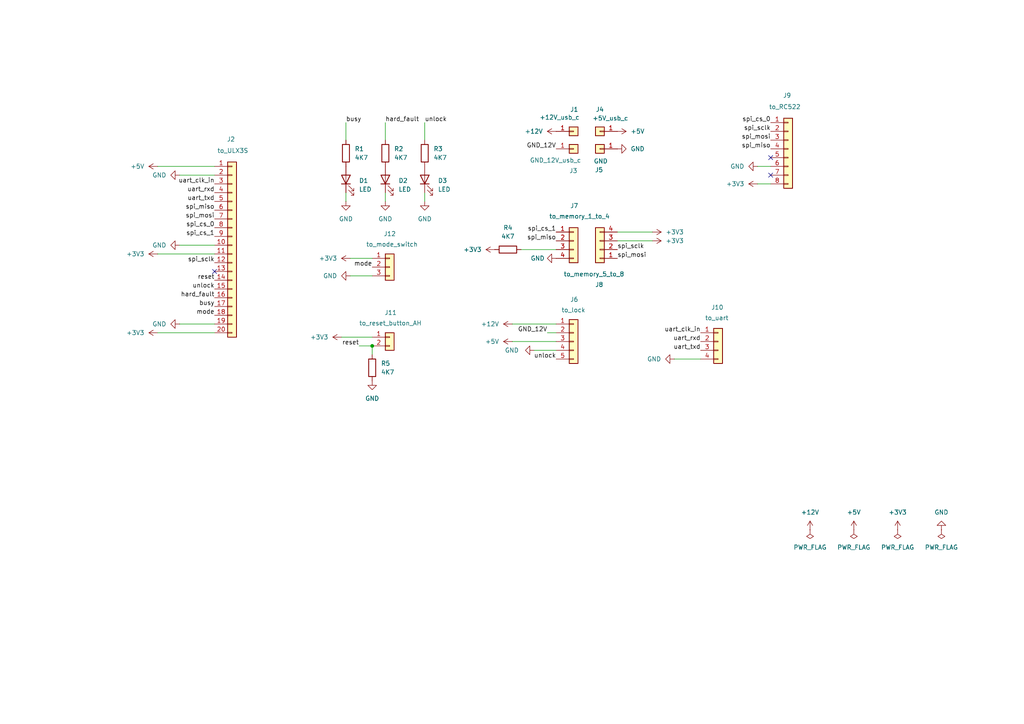
<source format=kicad_sch>
(kicad_sch (version 20231120) (generator "eeschema") (generator_version "8.0")
  (paper "A4")
  (lib_symbols
    (symbol "Connector_Generic:Conn_01x01" (pin_names (offset 1.016) hide)
      (property "Reference" "J" (at 0 2.54 0))
      (property "Value" "Conn_01x01" (at 0 -2.54 0))
      (symbol "Conn_01x01_1_1"
        (rectangle (start -1.27 0.127) (end 0 -0.127) (stroke (width 0.1524)))
        (rectangle (start -1.27 1.27) (end 1.27 -1.27) (stroke (width 0.254)) (fill (type background)))
        (pin passive line (at -5.08 0 0) (length 3.81) (name "Pin_1") (number "1"))
      )
    )
    (symbol "Connector_Generic:Conn_01x02" (pin_names (offset 1.016) hide)
      (property "Reference" "J" (at 0 2.54 0))
      (property "Value" "Conn_01x02" (at 0 -5.08 0))
      (symbol "Conn_01x02_1_1"
        (rectangle (start -1.27 -2.413) (end 0 -2.667) (stroke (width 0.1524)))
        (rectangle (start -1.27 0.127) (end 0 -0.127) (stroke (width 0.1524)))
        (rectangle (start -1.27 1.27) (end 1.27 -3.81) (stroke (width 0.254)) (fill (type background)))
        (pin passive line (at -5.08 0 0) (length 3.81) (name "Pin_1") (number "1"))
        (pin passive line (at -5.08 -2.54 0) (length 3.81) (name "Pin_2") (number "2"))
      )
    )
    (symbol "Connector_Generic:Conn_01x03" (pin_names (offset 1.016) hide)
      (property "Reference" "J" (at 0 5.08 0))
      (property "Value" "Conn_01x03" (at 0 -5.08 0))
      (symbol "Conn_01x03_1_1"
        (rectangle (start -1.27 -2.413) (end 0 -2.667) (stroke (width 0.1524)))
        (rectangle (start -1.27 0.127) (end 0 -0.127) (stroke (width 0.1524)))
        (rectangle (start -1.27 2.667) (end 0 2.413) (stroke (width 0.1524)))
        (rectangle (start -1.27 3.81) (end 1.27 -3.81) (stroke (width 0.254)) (fill (type background)))
        (pin passive line (at -5.08 2.54 0) (length 3.81) (name "Pin_1") (number "1"))
        (pin passive line (at -5.08 0 0) (length 3.81) (name "Pin_2") (number "2"))
        (pin passive line (at -5.08 -2.54 0) (length 3.81) (name "Pin_3") (number "3"))
      )
    )
    (symbol "Connector_Generic:Conn_01x04" (pin_names (offset 1.016) hide)
      (property "Reference" "J" (at 0 5.08 0))
      (property "Value" "Conn_01x04" (at 0 -7.62 0))
      (symbol "Conn_01x04_1_1"
        (rectangle (start -1.27 -4.953) (end 0 -5.207) (stroke (width 0.1524)))
        (rectangle (start -1.27 -2.413) (end 0 -2.667) (stroke (width 0.1524)))
        (rectangle (start -1.27 0.127) (end 0 -0.127) (stroke (width 0.1524)))
        (rectangle (start -1.27 2.667) (end 0 2.413) (stroke (width 0.1524)))
        (rectangle (start -1.27 3.81) (end 1.27 -6.35) (stroke (width 0.254)) (fill (type background)))
        (pin passive line (at -5.08 2.54 0) (length 3.81) (name "Pin_1") (number "1"))
        (pin passive line (at -5.08 0 0) (length 3.81) (name "Pin_2") (number "2"))
        (pin passive line (at -5.08 -2.54 0) (length 3.81) (name "Pin_3") (number "3"))
        (pin passive line (at -5.08 -5.08 0) (length 3.81) (name "Pin_4") (number "4"))
      )
    )
    (symbol "Connector_Generic:Conn_01x05" (pin_names (offset 1.016) hide)
      (property "Reference" "J" (at 0 7.62 0))
      (property "Value" "Conn_01x05" (at 0 -7.62 0))
      (symbol "Conn_01x05_1_1"
        (rectangle (start -1.27 -4.953) (end 0 -5.207) (stroke (width 0.1524)))
        (rectangle (start -1.27 -2.413) (end 0 -2.667) (stroke (width 0.1524)))
        (rectangle (start -1.27 0.127) (end 0 -0.127) (stroke (width 0.1524)))
        (rectangle (start -1.27 2.667) (end 0 2.413) (stroke (width 0.1524)))
        (rectangle (start -1.27 5.207) (end 0 4.953) (stroke (width 0.1524)))
        (rectangle (start -1.27 6.35) (end 1.27 -6.35) (stroke (width 0.254)) (fill (type background)))
        (pin passive line (at -5.08 5.08 0) (length 3.81) (name "Pin_1") (number "1"))
        (pin passive line (at -5.08 2.54 0) (length 3.81) (name "Pin_2") (number "2"))
        (pin passive line (at -5.08 0 0) (length 3.81) (name "Pin_3") (number "3"))
        (pin passive line (at -5.08 -2.54 0) (length 3.81) (name "Pin_4") (number "4"))
        (pin passive line (at -5.08 -5.08 0) (length 3.81) (name "Pin_5") (number "5"))
      )
    )
    (symbol "Connector_Generic:Conn_01x08" (pin_names (offset 1.016) hide)
      (property "Reference" "J" (at 0 10.16 0))
      (property "Value" "Conn_01x08" (at 0 -12.7 0))
      (symbol "Conn_01x08_1_1"
        (rectangle (start -1.27 -10.033) (end 0 -10.287) (stroke (width 0.1524)))
        (rectangle (start -1.27 -7.493) (end 0 -7.747) (stroke (width 0.1524)))
        (rectangle (start -1.27 -4.953) (end 0 -5.207) (stroke (width 0.1524)))
        (rectangle (start -1.27 -2.413) (end 0 -2.667) (stroke (width 0.1524)))
        (rectangle (start -1.27 0.127) (end 0 -0.127) (stroke (width 0.1524)))
        (rectangle (start -1.27 2.667) (end 0 2.413) (stroke (width 0.1524)))
        (rectangle (start -1.27 5.207) (end 0 4.953) (stroke (width 0.1524)))
        (rectangle (start -1.27 7.747) (end 0 7.493) (stroke (width 0.1524)))
        (rectangle (start -1.27 8.89) (end 1.27 -11.43) (stroke (width 0.254)) (fill (type background)))
        (pin passive line (at -5.08 7.62 0) (length 3.81) (name "Pin_1") (number "1"))
        (pin passive line (at -5.08 5.08 0) (length 3.81) (name "Pin_2") (number "2"))
        (pin passive line (at -5.08 2.54 0) (length 3.81) (name "Pin_3") (number "3"))
        (pin passive line (at -5.08 0 0) (length 3.81) (name "Pin_4") (number "4"))
        (pin passive line (at -5.08 -2.54 0) (length 3.81) (name "Pin_5") (number "5"))
        (pin passive line (at -5.08 -5.08 0) (length 3.81) (name "Pin_6") (number "6"))
        (pin passive line (at -5.08 -7.62 0) (length 3.81) (name "Pin_7") (number "7"))
        (pin passive line (at -5.08 -10.16 0) (length 3.81) (name "Pin_8") (number "8"))
      )
    )
    (symbol "Connector_Generic:Conn_01x20" (pin_names (offset 1.016) hide)
      (property "Reference" "J" (at 0 25.4 0))
      (property "Value" "Conn_01x20" (at 0 -27.94 0))
      (symbol "Conn_01x20_1_1"
        (rectangle (start -1.27 -25.273) (end 0 -25.527) (stroke (width 0.1524)))
        (rectangle (start -1.27 -22.733) (end 0 -22.987) (stroke (width 0.1524)))
        (rectangle (start -1.27 -20.193) (end 0 -20.447) (stroke (width 0.1524)))
        (rectangle (start -1.27 -17.653) (end 0 -17.907) (stroke (width 0.1524)))
        (rectangle (start -1.27 -15.113) (end 0 -15.367) (stroke (width 0.1524)))
        (rectangle (start -1.27 -12.573) (end 0 -12.827) (stroke (width 0.1524)))
        (rectangle (start -1.27 -10.033) (end 0 -10.287) (stroke (width 0.1524)))
        (rectangle (start -1.27 -7.493) (end 0 -7.747) (stroke (width 0.1524)))
        (rectangle (start -1.27 -4.953) (end 0 -5.207) (stroke (width 0.1524)))
        (rectangle (start -1.27 -2.413) (end 0 -2.667) (stroke (width 0.1524)))
        (rectangle (start -1.27 0.127) (end 0 -0.127) (stroke (width 0.1524)))
        (rectangle (start -1.27 2.667) (end 0 2.413) (stroke (width 0.1524)))
        (rectangle (start -1.27 5.207) (end 0 4.953) (stroke (width 0.1524)))
        (rectangle (start -1.27 7.747) (end 0 7.493) (stroke (width 0.1524)))
        (rectangle (start -1.27 10.287) (end 0 10.033) (stroke (width 0.1524)))
        (rectangle (start -1.27 12.827) (end 0 12.573) (stroke (width 0.1524)))
        (rectangle (start -1.27 15.367) (end 0 15.113) (stroke (width 0.1524)))
        (rectangle (start -1.27 17.907) (end 0 17.653) (stroke (width 0.1524)))
        (rectangle (start -1.27 20.447) (end 0 20.193) (stroke (width 0.1524)))
        (rectangle (start -1.27 22.987) (end 0 22.733) (stroke (width 0.1524)))
        (rectangle (start -1.27 24.13) (end 1.27 -26.67) (stroke (width 0.254)) (fill (type background)))
        (pin passive line (at -5.08 22.86 0) (length 3.81) (name "Pin_1") (number "1"))
        (pin passive line (at -5.08 0 0) (length 3.81) (name "Pin_10") (number "10"))
        (pin passive line (at -5.08 -2.54 0) (length 3.81) (name "Pin_11") (number "11"))
        (pin passive line (at -5.08 -5.08 0) (length 3.81) (name "Pin_12") (number "12"))
        (pin passive line (at -5.08 -7.62 0) (length 3.81) (name "Pin_13") (number "13"))
        (pin passive line (at -5.08 -10.16 0) (length 3.81) (name "Pin_14") (number "14"))
        (pin passive line (at -5.08 -12.7 0) (length 3.81) (name "Pin_15") (number "15"))
        (pin passive line (at -5.08 -15.24 0) (length 3.81) (name "Pin_16") (number "16"))
        (pin passive line (at -5.08 -17.78 0) (length 3.81) (name "Pin_17") (number "17"))
        (pin passive line (at -5.08 -20.32 0) (length 3.81) (name "Pin_18") (number "18"))
        (pin passive line (at -5.08 -22.86 0) (length 3.81) (name "Pin_19") (number "19"))
        (pin passive line (at -5.08 20.32 0) (length 3.81) (name "Pin_2") (number "2"))
        (pin passive line (at -5.08 -25.4 0) (length 3.81) (name "Pin_20") (number "20"))
        (pin passive line (at -5.08 17.78 0) (length 3.81) (name "Pin_3") (number "3"))
        (pin passive line (at -5.08 15.24 0) (length 3.81) (name "Pin_4") (number "4"))
        (pin passive line (at -5.08 12.7 0) (length 3.81) (name "Pin_5") (number "5"))
        (pin passive line (at -5.08 10.16 0) (length 3.81) (name "Pin_6") (number "6"))
        (pin passive line (at -5.08 7.62 0) (length 3.81) (name "Pin_7") (number "7"))
        (pin passive line (at -5.08 5.08 0) (length 3.81) (name "Pin_8") (number "8"))
        (pin passive line (at -5.08 2.54 0) (length 3.81) (name "Pin_9") (number "9"))
      )
    )
    (symbol "Device:LED" (pin_numbers hide) (pin_names (offset 1.016) hide)
      (property "Reference" "D" (at 0 2.54 0))
      (property "Value" "LED" (at 0 -2.54 0))
      (symbol "LED_0_1"
        (polyline (pts (xy -1.27 -1.27) (xy -1.27 1.27)) (stroke (width 0.254)))
        (polyline (pts (xy -1.27 0) (xy 1.27 0)))
        (polyline (pts (xy 1.27 -1.27) (xy 1.27 1.27) (xy -1.27 0) (xy 1.27 -1.27)) (stroke (width 0.254)))
        (polyline (pts (xy -3.048 -0.762) (xy -4.572 -2.286) (xy -3.81 -2.286) (xy -4.572 -2.286) (xy -4.572 -1.524)))
        (polyline (pts (xy -1.778 -0.762) (xy -3.302 -2.286) (xy -2.54 -2.286) (xy -3.302 -2.286) (xy -3.302 -1.524)))
      )
      (symbol "LED_1_1"
        (pin passive line (at -3.81 0 0) (length 2.54) (name "K") (number "1"))
        (pin passive line (at 3.81 0 180) (length 2.54) (name "A") (number "2"))
      )
    )
    (symbol "Device:R" (pin_numbers hide) (pin_names (offset 0))
      (property "Reference" "R" (at 2.032 0 90))
      (property "Value" "R" (at 0 0 90))
      (symbol "R_0_1"
        (rectangle (start -1.016 -2.54) (end 1.016 2.54) (stroke (width 0.254)))
      )
      (symbol "R_1_1"
        (pin passive line (at 0 3.81 270) (length 1.27) (name "~") (number "1"))
        (pin passive line (at 0 -3.81 90) (length 1.27) (name "~") (number "2"))
      )
    )
    (symbol "power:+12V" (power) (pin_numbers hide) (pin_names (offset 0) hide)
      (property "Value" "+12V" (at 0 3.556 0))
      (symbol "+12V_0_1"
        (polyline (pts (xy -0.762 1.27) (xy 0 2.54)))
        (polyline (pts (xy 0 0) (xy 0 2.54)))
        (polyline (pts (xy 0 2.54) (xy 0.762 1.27)))
      )
      (symbol "+12V_1_1"
        (pin power_in line (at 0 0 90) (length 0) (name "~") (number "1"))
      )
    )
    (symbol "power:+3V3" (power) (pin_numbers hide) (pin_names (offset 0) hide)
      (property "Value" "+3V3" (at 0 3.556 0))
      (symbol "+3V3_0_1"
        (polyline (pts (xy -0.762 1.27) (xy 0 2.54)))
        (polyline (pts (xy 0 0) (xy 0 2.54)))
        (polyline (pts (xy 0 2.54) (xy 0.762 1.27)))
      )
      (symbol "+3V3_1_1"
        (pin power_in line (at 0 0 90) (length 0) (name "~") (number "1"))
      )
    )
    (symbol "power:+5V" (power) (pin_numbers hide) (pin_names (offset 0) hide)
      (property "Value" "+5V" (at 0 3.556 0))
      (symbol "+5V_0_1"
        (polyline (pts (xy -0.762 1.27) (xy 0 2.54)))
        (polyline (pts (xy 0 0) (xy 0 2.54)))
        (polyline (pts (xy 0 2.54) (xy 0.762 1.27)))
      )
      (symbol "+5V_1_1"
        (pin power_in line (at 0 0 90) (length 0) (name "~") (number "1"))
      )
    )
    (symbol "power:GND" (power) (pin_numbers hide) (pin_names (offset 0) hide)
      (property "Value" "GND" (at 0 -3.81 0))
      (symbol "GND_0_1"
        (polyline (pts (xy 0 0) (xy 0 -1.27) (xy 1.27 -1.27) (xy 0 -2.54) (xy -1.27 -1.27) (xy 0 -1.27)))
      )
      (symbol "GND_1_1"
        (pin power_in line (at 0 0 270) (length 0) (name "~") (number "1"))
      )
    )
    (symbol "power:PWR_FLAG" (power) (pin_numbers hide) (pin_names (offset 0) hide)
      (property "Value" "PWR_FLAG" (at 0 3.81 0))
      (symbol "PWR_FLAG_0_0"
        (pin power_out line (at 0 0 90) (length 0) (name "~") (number "1"))
      )
      (symbol "PWR_FLAG_0_1"
        (polyline (pts (xy 0 0) (xy 0 1.27) (xy -1.016 1.905) (xy 0 2.54) (xy 1.016 1.905) (xy 0 1.27)))
      )
    )
  )
  (junction (at 107.95 100.33))
  (no_connect (at 223.52 50.8))
  (no_connect (at 223.52 45.72))
  (no_connect (at 62.23 78.74))
  (wire (pts (xy 45.72 96.52) (xy 62.23 96.52)))
  (wire (pts (xy 158.75 96.52) (xy 161.29 96.52)))
  (wire (pts (xy 123.19 58.42) (xy 123.19 55.88)))
  (wire (pts (xy 100.33 35.56) (xy 100.33 40.64)))
  (wire (pts (xy 123.19 35.56) (xy 123.19 40.64)))
  (wire (pts (xy 45.72 73.66) (xy 62.23 73.66)))
  (wire (pts (xy 99.06 97.79) (xy 107.95 97.79)))
  (wire (pts (xy 52.07 50.8) (xy 62.23 50.8)))
  (wire (pts (xy 104.14 100.33) (xy 107.95 100.33)))
  (wire (pts (xy 148.59 93.98) (xy 161.29 93.98)))
  (wire (pts (xy 52.07 93.98) (xy 62.23 93.98)))
  (wire (pts (xy 101.6 80.01) (xy 107.95 80.01)))
  (wire (pts (xy 151.13 72.39) (xy 161.29 72.39)))
  (wire (pts (xy 154.94 101.6) (xy 161.29 101.6)))
  (wire (pts (xy 111.76 58.42) (xy 111.76 55.88)))
  (wire (pts (xy 111.76 35.56) (xy 111.76 40.64)))
  (wire (pts (xy 148.59 99.06) (xy 161.29 99.06)))
  (wire (pts (xy 189.23 69.85) (xy 179.07 69.85)))
  (wire (pts (xy 189.23 67.31) (xy 179.07 67.31)))
  (wire (pts (xy 107.95 100.33) (xy 107.95 102.87)))
  (wire (pts (xy 219.71 53.34) (xy 223.52 53.34)))
  (wire (pts (xy 45.72 48.26) (xy 62.23 48.26)))
  (wire (pts (xy 100.33 58.42) (xy 100.33 55.88)))
  (wire (pts (xy 219.71 48.26) (xy 223.52 48.26)))
  (wire (pts (xy 52.07 71.12) (xy 62.23 71.12)))
  (wire (pts (xy 101.6 74.93) (xy 107.95 74.93)))
  (wire (pts (xy 195.58 104.14) (xy 203.2 104.14)))
  (label "spi_sclk" (at 62.23 76.2 180))
  (label "hard_fault" (at 111.76 35.56 0))
  (label "mode" (at 107.95 77.47 180))
  (label "spi_cs_0" (at 223.52 35.56 180))
  (label "busy" (at 100.33 35.56 0))
  (label "uart_rxd" (at 62.23 55.88 180))
  (label "uart_clk_in" (at 62.23 53.34 180))
  (label "uart_clk_in" (at 203.2 96.52 180))
  (label "uart_txd" (at 62.23 58.42 180))
  (label "reset" (at 62.23 81.28 180))
  (label "spi_mosi" (at 62.23 63.5 180))
  (label "spi_sclk" (at 179.07 72.39 0))
  (label "spi_miso" (at 161.29 69.85 180))
  (label "spi_miso" (at 62.23 60.96 180))
  (label "spi_cs_1" (at 62.23 68.58 180))
  (label "unlock" (at 62.23 83.82 180))
  (label "uart_rxd" (at 203.2 99.06 180))
  (label "spi_mosi" (at 179.07 74.93 0))
  (label "uart_txd" (at 203.2 101.6 180))
  (label "unlock" (at 123.19 35.56 0))
  (label "reset" (at 104.14 100.33 180))
  (label "GND_12V" (at 158.75 96.52 180))
  (label "busy" (at 62.23 88.9 180))
  (label "spi_mosi" (at 223.52 40.64 180))
  (label "mode" (at 62.23 91.44 180))
  (label "hard_fault" (at 62.23 86.36 180))
  (label "spi_miso" (at 223.52 43.18 180))
  (label "spi_sclk" (at 223.52 38.1 180))
  (label "GND_12V" (at 161.29 43.18 180))
  (label "spi_cs_0" (at 62.23 66.04 180))
  (label "spi_cs_1" (at 161.29 67.31 180))
  (label "unlock" (at 161.29 104.14 180))
  (symbol (lib_id "Connector_Generic:Conn_01x04") (at 173.99 72.39 180) (unit 1)
    (property "Reference" "J8" (at 175.006 82.55 0) (effects (justify left)))
    (property "Value" "to_memory_5_to_8" (at 181.102 79.502 0) (effects (justify left)))
    (property "Footprint" "Connector_PinHeader_2.54mm:PinHeader_1x04_P2.54mm_Vertical" (effects (hide yes)))
    (property "Description" "Generic connector, single row, 01x04, script generated (kicad-library-utils/schlib/autogen/connector/)" (effects (hide yes)))
  )
  (symbol (lib_id "power:GND") (at 111.76 58.42 0) (unit 1)
    (property "Reference" "#PWR12" (effects (hide yes)))
    (property "Value" "GND" (at 111.76 63.5 0))
    (property "Description" "Power symbol creates a global label with name \"GND\" , ground" (effects (hide yes)))
  )
  (symbol (lib_id "power:+5V") (at 247.65 153.67 0) (unit 1)
    (property "Reference" "#PWR7" (effects (hide yes)))
    (property "Value" "+5V" (at 247.65 148.59 0))
    (property "Description" "Power symbol creates a global label with name \"+5V\"" (effects (hide yes)))
  )
  (symbol (lib_id "power:+3V3") (at 219.71 53.34 90) (unit 1)
    (property "Reference" "#PWR25" (effects (hide yes)))
    (property "Value" "+3V3" (at 215.9 53.3399 90) (effects (justify left)))
    (property "Description" "Power symbol creates a global label with name \"+3V3\"" (effects (hide yes)))
  )
  (symbol (lib_id "Connector_Generic:Conn_01x01") (at 166.37 43.18 0) (unit 1)
    (property "Reference" "J3" (at 165.1 49.53 0) (effects (justify left)))
    (property "Value" "GND_12V_usb_c" (at 153.67 46.482 0) (effects (justify left)))
    (property "Footprint" "Connector_PinHeader_2.54mm:PinHeader_1x01_P2.54mm_Vertical" (effects (hide yes)))
    (property "Description" "Generic connector, single row, 01x01, script generated (kicad-library-utils/schlib/autogen/connector/)" (effects (hide yes)))
  )
  (symbol (lib_id "power:PWR_FLAG") (at 247.65 153.67 180) (unit 1)
    (property "Reference" "#FLG1" (effects (hide yes)))
    (property "Value" "PWR_FLAG" (at 247.65 158.75 0))
    (property "Description" "Special symbol for telling ERC where power comes from" (effects (hide yes)))
  )
  (symbol (lib_id "power:GND") (at 219.71 48.26 270) (unit 1)
    (property "Reference" "#PWR24" (effects (hide yes)))
    (property "Value" "GND" (at 215.9 48.2599 90) (effects (justify right)))
    (property "Description" "Power symbol creates a global label with name \"GND\" , ground" (effects (hide yes)))
  )
  (symbol (lib_id "Connector_Generic:Conn_01x04") (at 166.37 69.85 0) (unit 1)
    (property "Reference" "J7" (at 165.354 59.69 0) (effects (justify left)))
    (property "Value" "to_memory_1_to_4" (at 159.258 62.738 0) (effects (justify left)))
    (property "Footprint" "Connector_PinHeader_2.54mm:PinHeader_1x04_P2.54mm_Vertical" (effects (hide yes)))
    (property "Description" "Generic connector, single row, 01x04, script generated (kicad-library-utils/schlib/autogen/connector/)" (effects (hide yes)))
  )
  (symbol (lib_id "Connector_Generic:Conn_01x01") (at 173.99 43.18 180) (unit 1)
    (property "Reference" "J5" (at 173.736 49.276 0))
    (property "Value" "GND" (at 174.244 46.736 0))
    (property "Footprint" "Connector_PinHeader_2.54mm:PinHeader_1x01_P2.54mm_Vertical" (effects (hide yes)))
    (property "Description" "Generic connector, single row, 01x01, script generated (kicad-library-utils/schlib/autogen/connector/)" (effects (hide yes)))
  )
  (symbol (lib_id "power:+3V3") (at 260.35 153.67 0) (unit 1)
    (property "Reference" "#PWR9" (effects (hide yes)))
    (property "Value" "+3V3" (at 260.35 148.59 0))
    (property "Description" "Power symbol creates a global label with name \"+3V3\"" (effects (hide yes)))
  )
  (symbol (lib_id "power:GND") (at 195.58 104.14 270) (unit 1)
    (property "Reference" "#PWR26" (effects (hide yes)))
    (property "Value" "GND" (at 191.77 104.1399 90) (effects (justify right)))
    (property "Description" "Power symbol creates a global label with name \"GND\" , ground" (effects (hide yes)))
  )
  (symbol (lib_id "power:GND") (at 101.6 80.01 270) (unit 1)
    (property "Reference" "#PWR30" (effects (hide yes)))
    (property "Value" "GND" (at 97.79 80.0099 90) (effects (justify right)))
    (property "Description" "Power symbol creates a global label with name \"GND\" , ground" (effects (hide yes)))
  )
  (symbol (lib_id "power:GND") (at 154.94 101.6 270) (unit 1)
    (property "Reference" "#PWR19" (effects (hide yes)))
    (property "Value" "GND" (at 150.4956 101.5999 90) (effects (justify right)))
    (property "Description" "Power symbol creates a global label with name \"GND\" , ground" (effects (hide yes)))
  )
  (symbol (lib_id "Device:R") (at 107.95 106.68 0) (unit 1)
    (property "Reference" "R5" (at 110.49 105.4099 0) (effects (justify left)))
    (property "Value" "4K7" (at 110.49 107.9499 0) (effects (justify left)))
    (property "Footprint" "Resistor_THT:R_Axial_DIN0207_L6.3mm_D2.5mm_P10.16mm_Horizontal" (effects (hide yes)))
    (property "Description" "Resistor" (effects (hide yes)))
  )
  (symbol (lib_id "power:GND") (at 52.07 71.12 270) (unit 1)
    (property "Reference" "#PWR3" (effects (hide yes)))
    (property "Value" "GND" (at 48.26 71.1199 90) (effects (justify right)))
    (property "Description" "Power symbol creates a global label with name \"GND\" , ground" (effects (hide yes)))
  )
  (symbol (lib_id "Device:R") (at 147.32 72.39 270) (unit 1)
    (property "Reference" "R4" (at 147.32 66.04 90))
    (property "Value" "4K7" (at 147.32 68.58 90))
    (property "Footprint" "Resistor_THT:R_Axial_DIN0207_L6.3mm_D2.5mm_P10.16mm_Horizontal" (effects (hide yes)))
    (property "Description" "Resistor" (effects (hide yes)))
  )
  (symbol (lib_id "power:GND") (at 273.05 153.67 180) (unit 1)
    (property "Reference" "#PWR8" (effects (hide yes)))
    (property "Value" "GND" (at 273.05 148.59 0))
    (property "Description" "Power symbol creates a global label with name \"GND\" , ground" (effects (hide yes)))
  )
  (symbol (lib_id "power:+3V3") (at 101.6 74.93 90) (unit 1)
    (property "Reference" "#PWR29" (effects (hide yes)))
    (property "Value" "+3V3" (at 97.79 74.9299 90) (effects (justify left)))
    (property "Description" "Power symbol creates a global label with name \"+3V3\"" (effects (hide yes)))
  )
  (symbol (lib_id "power:+3V3") (at 45.72 73.66 90) (unit 1)
    (property "Reference" "#PWR4" (effects (hide yes)))
    (property "Value" "+3V3" (at 41.91 73.6599 90) (effects (justify left)))
    (property "Description" "Power symbol creates a global label with name \"+3V3\"" (effects (hide yes)))
  )
  (symbol (lib_id "power:PWR_FLAG") (at 260.35 153.67 180) (unit 1)
    (property "Reference" "#FLG2" (effects (hide yes)))
    (property "Value" "PWR_FLAG" (at 260.35 158.75 0))
    (property "Description" "Special symbol for telling ERC where power comes from" (effects (hide yes)))
  )
  (symbol (lib_id "power:PWR_FLAG") (at 273.05 153.67 180) (unit 1)
    (property "Reference" "#FLG3" (effects (hide yes)))
    (property "Value" "PWR_FLAG" (at 273.05 158.75 0))
    (property "Description" "Special symbol for telling ERC where power comes from" (effects (hide yes)))
  )
  (symbol (lib_id "Connector_Generic:Conn_01x02") (at 113.03 97.79 0) (unit 1)
    (property "Reference" "J11" (at 111.506 90.678 0) (effects (justify left)))
    (property "Value" "to_reset_button_AH" (at 104.14 93.726 0) (effects (justify left)))
    (property "Footprint" "Connector_PinHeader_2.54mm:PinHeader_1x02_P2.54mm_Vertical" (effects (hide yes)))
    (property "Description" "Generic connector, single row, 01x02, script generated (kicad-library-utils/schlib/autogen/connector/)" (effects (hide yes)))
  )
  (symbol (lib_id "power:PWR_FLAG") (at 234.95 153.67 180) (unit 1)
    (property "Reference" "#FLG4" (effects (hide yes)))
    (property "Value" "PWR_FLAG" (at 234.95 158.75 0))
    (property "Description" "Special symbol for telling ERC where power comes from" (effects (hide yes)))
  )
  (symbol (lib_id "Device:R") (at 100.33 44.45 180) (unit 1)
    (property "Reference" "R1" (at 102.87 43.1799 0) (effects (justify right)))
    (property "Value" "4K7" (at 102.87 45.7199 0) (effects (justify right)))
    (property "Footprint" "Resistor_THT:R_Axial_DIN0207_L6.3mm_D2.5mm_P10.16mm_Horizontal" (effects (hide yes)))
    (property "Description" "Resistor" (effects (hide yes)))
  )
  (symbol (lib_id "power:+3V3") (at 99.06 97.79 90) (unit 1)
    (property "Reference" "#PWR27" (effects (hide yes)))
    (property "Value" "+3V3" (at 95.25 97.7899 90) (effects (justify left)))
    (property "Description" "Power symbol creates a global label with name \"+3V3\"" (effects (hide yes)))
  )
  (symbol (lib_id "power:+12V") (at 148.59 93.98 90) (unit 1)
    (property "Reference" "#PWR17" (effects (hide yes)))
    (property "Value" "+12V" (at 144.78 93.9799 90) (effects (justify left)))
    (property "Description" "Power symbol creates a global label with name \"+12V\"" (effects (hide yes)))
  )
  (symbol (lib_id "Connector_Generic:Conn_01x20") (at 67.31 71.12 0) (unit 1)
    (property "Reference" "J2" (at 65.786 40.386 0) (effects (justify left)))
    (property "Value" "to_ULX3S" (at 62.992 43.688 0) (effects (justify left)))
    (property "Footprint" "Connector_PinHeader_2.54mm:PinHeader_1x20_P2.54mm_Horizontal" (effects (hide yes)))
    (property "Description" "Generic connector, single row, 01x20, script generated (kicad-library-utils/schlib/autogen/connector/)" (effects (hide yes)))
  )
  (symbol (lib_id "power:+12V") (at 161.29 38.1 90) (unit 1)
    (property "Reference" "#PWR15" (effects (hide yes)))
    (property "Value" "+12V" (at 157.48 38.0999 90) (effects (justify left)))
    (property "Description" "Power symbol creates a global label with name \"+12V\"" (effects (hide yes)))
  )
  (symbol (lib_id "Connector_Generic:Conn_01x04") (at 208.28 99.06 0) (unit 1)
    (property "Reference" "J10" (at 206.248 89.154 0) (effects (justify left)))
    (property "Value" "to_uart" (at 204.47 92.202 0) (effects (justify left)))
    (property "Footprint" "Connector_PinHeader_2.54mm:PinHeader_1x04_P2.54mm_Vertical" (effects (hide yes)))
    (property "Description" "Generic connector, single row, 01x04, script generated (kicad-library-utils/schlib/autogen/connector/)" (effects (hide yes)))
  )
  (symbol (lib_id "power:+3V3") (at 45.72 96.52 90) (unit 1)
    (property "Reference" "#PWR6" (effects (hide yes)))
    (property "Value" "+3V3" (at 41.91 96.5199 90) (effects (justify left)))
    (property "Description" "Power symbol creates a global label with name \"+3V3\"" (effects (hide yes)))
  )
  (symbol (lib_id "Device:R") (at 111.76 44.45 180) (unit 1)
    (property "Reference" "R2" (at 114.3 43.1799 0) (effects (justify right)))
    (property "Value" "4K7" (at 114.3 45.7199 0) (effects (justify right)))
    (property "Footprint" "Resistor_THT:R_Axial_DIN0207_L6.3mm_D2.5mm_P10.16mm_Horizontal" (effects (hide yes)))
    (property "Description" "Resistor" (effects (hide yes)))
  )
  (symbol (lib_id "power:GND") (at 52.07 93.98 270) (unit 1)
    (property "Reference" "#PWR5" (effects (hide yes)))
    (property "Value" "GND" (at 48.26 93.9799 90) (effects (justify right)))
    (property "Description" "Power symbol creates a global label with name \"GND\" , ground" (effects (hide yes)))
  )
  (symbol (lib_id "power:+12V") (at 234.95 153.67 0) (unit 1)
    (property "Reference" "#PWR10" (effects (hide yes)))
    (property "Value" "+12V" (at 234.95 148.59 0))
    (property "Description" "Power symbol creates a global label with name \"+12V\"" (effects (hide yes)))
  )
  (symbol (lib_id "power:+3V3") (at 189.23 67.31 270) (unit 1)
    (property "Reference" "#PWR22" (effects (hide yes)))
    (property "Value" "+3V3" (at 193.04 67.3099 90) (effects (justify left)))
    (property "Description" "Power symbol creates a global label with name \"+3V3\"" (effects (hide yes)))
  )
  (symbol (lib_id "power:+3V3") (at 189.23 69.85 270) (unit 1)
    (property "Reference" "#PWR23" (effects (hide yes)))
    (property "Value" "+3V3" (at 193.04 69.8499 90) (effects (justify left)))
    (property "Description" "Power symbol creates a global label with name \"+3V3\"" (effects (hide yes)))
  )
  (symbol (lib_id "Connector_Generic:Conn_01x01") (at 173.99 38.1 180) (unit 1)
    (property "Reference" "J4" (at 173.99 31.75 0))
    (property "Value" "+5V_usb_c" (at 177.038 34.29 0))
    (property "Footprint" "Connector_PinHeader_2.54mm:PinHeader_1x01_P2.54mm_Vertical" (effects (hide yes)))
    (property "Description" "Generic connector, single row, 01x01, script generated (kicad-library-utils/schlib/autogen/connector/)" (effects (hide yes)))
  )
  (symbol (lib_id "Connector_Generic:Conn_01x08") (at 228.6 43.18 0) (unit 1)
    (property "Reference" "J9" (at 227.076 27.686 0) (effects (justify left)))
    (property "Value" "to_RC522" (at 223.012 30.988 0) (effects (justify left)))
    (property "Footprint" "Connector_PinHeader_2.54mm:PinHeader_1x08_P2.54mm_Vertical" (effects (hide yes)))
    (property "Description" "Generic connector, single row, 01x08, script generated (kicad-library-utils/schlib/autogen/connector/)" (effects (hide yes)))
  )
  (symbol (lib_id "Connector_Generic:Conn_01x05") (at 166.37 99.06 0) (unit 1)
    (property "Reference" "J6" (at 165.354 86.868 0) (effects (justify left)))
    (property "Value" "to_lock" (at 162.814 89.916 0) (effects (justify left)))
    (property "Footprint" "Connector_PinHeader_2.54mm:PinHeader_1x05_P2.54mm_Vertical" (effects (hide yes)))
    (property "Description" "Generic connector, single row, 01x05, script generated (kicad-library-utils/schlib/autogen/connector/)" (effects (hide yes)))
  )
  (symbol (lib_id "power:GND") (at 107.95 110.49 0) (unit 1)
    (property "Reference" "#PWR28" (effects (hide yes)))
    (property "Value" "GND" (at 107.95 115.57 0))
    (property "Description" "Power symbol creates a global label with name \"GND\" , ground" (effects (hide yes)))
  )
  (symbol (lib_id "power:+5V") (at 179.07 38.1 270) (unit 1)
    (property "Reference" "#PWR16" (effects (hide yes)))
    (property "Value" "+5V" (at 182.88 38.0999 90) (effects (justify left)))
    (property "Description" "Power symbol creates a global label with name \"+5V\"" (effects (hide yes)))
  )
  (symbol (lib_id "Device:LED") (at 123.19 52.07 90) (unit 1)
    (property "Reference" "D3" (at 127 52.3874 90) (effects (justify right)))
    (property "Value" "LED" (at 127 54.9274 90) (effects (justify right)))
    (property "Footprint" "LED_THT:LED_D3.0mm" (effects (hide yes)))
    (property "Description" "Light emitting diode" (effects (hide yes)))
  )
  (symbol (lib_id "power:GND") (at 100.33 58.42 0) (unit 1)
    (property "Reference" "#PWR11" (effects (hide yes)))
    (property "Value" "GND" (at 100.33 63.5 0))
    (property "Description" "Power symbol creates a global label with name \"GND\" , ground" (effects (hide yes)))
  )
  (symbol (lib_id "Connector_Generic:Conn_01x01") (at 166.37 38.1 0) (unit 1)
    (property "Reference" "J1" (at 165.354 31.75 0) (effects (justify left)))
    (property "Value" "+12V_usb_c" (at 156.464 34.036 0) (effects (justify left)))
    (property "Footprint" "Connector_PinHeader_2.54mm:PinHeader_1x01_P2.54mm_Vertical" (effects (hide yes)))
    (property "Description" "Generic connector, single row, 01x01, script generated (kicad-library-utils/schlib/autogen/connector/)" (effects (hide yes)))
  )
  (symbol (lib_id "Connector_Generic:Conn_01x03") (at 113.03 77.47 0) (unit 1)
    (property "Reference" "J12" (at 111.252 67.818 0) (effects (justify left)))
    (property "Value" "to_mode_switch" (at 106.172 70.866 0) (effects (justify left)))
    (property "Footprint" "Connector_PinHeader_2.54mm:PinHeader_1x03_P2.54mm_Vertical" (effects (hide yes)))
    (property "Description" "Generic connector, single row, 01x03, script generated (kicad-library-utils/schlib/autogen/connector/)" (effects (hide yes)))
  )
  (symbol (lib_id "Device:R") (at 123.19 44.45 180) (unit 1)
    (property "Reference" "R3" (at 125.73 43.1799 0) (effects (justify right)))
    (property "Value" "4K7" (at 125.73 45.7199 0) (effects (justify right)))
    (property "Footprint" "Resistor_THT:R_Axial_DIN0207_L6.3mm_D2.5mm_P10.16mm_Horizontal" (effects (hide yes)))
    (property "Description" "Resistor" (effects (hide yes)))
  )
  (symbol (lib_id "power:GND") (at 179.07 43.18 90) (unit 1)
    (property "Reference" "#PWR14" (effects (hide yes)))
    (property "Value" "GND" (at 182.88 43.1799 90) (effects (justify right)))
    (property "Description" "Power symbol creates a global label with name \"GND\" , ground" (effects (hide yes)))
  )
  (symbol (lib_id "power:GND") (at 123.19 58.42 0) (unit 1)
    (property "Reference" "#PWR13" (effects (hide yes)))
    (property "Value" "GND" (at 123.19 63.5 0))
    (property "Description" "Power symbol creates a global label with name \"GND\" , ground" (effects (hide yes)))
  )
  (symbol (lib_id "power:+3V3") (at 143.51 72.39 90) (unit 1)
    (property "Reference" "#PWR20" (effects (hide yes)))
    (property "Value" "+3V3" (at 139.7 72.3899 90) (effects (justify left)))
    (property "Description" "Power symbol creates a global label with name \"+3V3\"" (effects (hide yes)))
  )
  (symbol (lib_id "Device:LED") (at 100.33 52.07 90) (unit 1)
    (property "Reference" "D1" (at 104.115 52.3874 90) (effects (justify right)))
    (property "Value" "LED" (at 104.115 54.9274 90) (effects (justify right)))
    (property "Footprint" "LED_THT:LED_D3.0mm" (effects (hide yes)))
    (property "Description" "Light emitting diode" (effects (hide yes)))
  )
  (symbol (lib_id "power:+5V") (at 45.72 48.26 90) (unit 1)
    (property "Reference" "#PWR1" (effects (hide yes)))
    (property "Value" "+5V" (at 41.91 48.2599 90) (effects (justify left)))
    (property "Description" "Power symbol creates a global label with name \"+5V\"" (effects (hide yes)))
  )
  (symbol (lib_id "Device:LED") (at 111.76 52.07 90) (unit 1)
    (property "Reference" "D2" (at 115.57 52.3874 90) (effects (justify right)))
    (property "Value" "LED" (at 115.57 54.9274 90) (effects (justify right)))
    (property "Footprint" "LED_THT:LED_D3.0mm" (effects (hide yes)))
    (property "Description" "Light emitting diode" (effects (hide yes)))
  )
  (symbol (lib_id "power:GND") (at 161.29 74.93 270) (unit 1)
    (property "Reference" "#PWR21" (effects (hide yes)))
    (property "Value" "GND" (at 157.9704 74.9299 90) (effects (justify right)))
    (property "Description" "Power symbol creates a global label with name \"GND\" , ground" (effects (hide yes)))
  )
  (symbol (lib_id "power:GND") (at 52.07 50.8 270) (unit 1)
    (property "Reference" "#PWR2" (effects (hide yes)))
    (property "Value" "GND" (at 48.26 50.7999 90) (effects (justify right)))
    (property "Description" "Power symbol creates a global label with name \"GND\" , ground" (effects (hide yes)))
  )
  (symbol (lib_id "power:+5V") (at 148.59 99.06 90) (unit 1)
    (property "Reference" "#PWR18" (effects (hide yes)))
    (property "Value" "+5V" (at 144.78 99.0599 90) (effects (justify left)))
    (property "Description" "Power symbol creates a global label with name \"+5V\"" (effects (hide yes)))
  )
)
</source>
